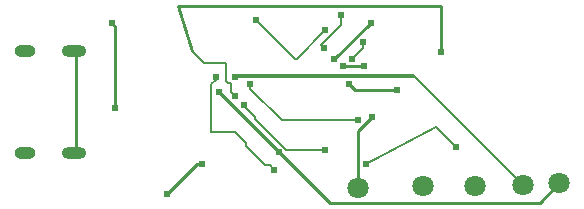
<source format=gbl>
G04 Layer: BottomLayer*
G04 EasyEDA v6.5.51, 2026-01-01 11:10:02*
G04 c2e0b91a54b643c29b893d635b68bbd8,b0fcb86846164242a958a805a75853bb,10*
G04 Gerber Generator version 0.2*
G04 Scale: 100 percent, Rotated: No, Reflected: No *
G04 Dimensions in millimeters *
G04 leading zeros omitted , absolute positions ,4 integer and 5 decimal *
%FSLAX45Y45*%
%MOMM*%

%ADD10C,0.1500*%
%ADD11C,0.2540*%
%ADD12C,1.8000*%
%ADD13O,1.799996X0.999998*%
%ADD14O,2.099996X0.999998*%
%ADD15C,0.6100*%
%ADD16C,0.6200*%
%ADD17C,0.0126*%

%LPD*%
D10*
X4330700Y5092700D02*
G01*
X4161010Y5262389D01*
X3568700Y4953000D01*
D11*
X3300501Y5836988D02*
G01*
X3608476Y6144963D01*
X1415211Y6140137D02*
G01*
X1445920Y6109428D01*
X1445920Y5420885D01*
D10*
X2965704Y5842000D02*
G01*
X2984500Y5842000D01*
X3225800Y6083300D01*
X4902187Y4775187D02*
G01*
X3987774Y5689600D01*
X2463800Y5689600D01*
X2476487Y5702287D01*
X3975087Y5702287D01*
X2628900Y5334000D02*
G01*
X2628900Y5346700D01*
X2552700Y5422900D01*
X2552700Y5435600D01*
X2540000Y5448300D01*
X2635493Y6172187D02*
G01*
X2965704Y5842000D01*
X2971800Y5842000D01*
X3543300Y5981700D02*
G01*
X3543300Y5930900D01*
X3454400Y5842000D01*
X3213100Y5930900D02*
G01*
X3213100Y5933064D01*
X3188083Y5958080D01*
X3359393Y6125687D02*
G01*
X3359404Y6125718D01*
X3189224Y5958078D01*
X3189213Y5958078D01*
D11*
X4200105Y5901905D02*
G01*
X4200105Y6286500D01*
X1981200Y6286500D01*
X2097603Y5905500D01*
D10*
X2297531Y5689592D02*
G01*
X2297531Y5663031D01*
X2260600Y5626100D01*
X2260600Y5219700D01*
X2463800Y5219700D01*
X2552700Y5130800D01*
X2552700Y5105400D01*
X2717800Y4940300D01*
X2755900Y4940300D01*
X2794000Y4902200D01*
X3225800Y5067300D02*
G01*
X2895600Y5067300D01*
X2628900Y5334000D01*
D11*
X1093139Y5044787D02*
G01*
X1113739Y5065387D01*
X1113739Y5888194D01*
X1093139Y5908794D01*
X3505200Y4749792D02*
G01*
X3505200Y5231046D01*
X3623945Y5349791D01*
X5207000Y4787900D02*
G01*
X5042656Y4623556D01*
X3260265Y4623556D01*
X2833626Y5050190D01*
X3828900Y5575300D02*
G01*
X3479800Y5575300D01*
X3429000Y5626100D01*
X2178329Y4949995D02*
G01*
X2136792Y4949995D01*
X1885797Y4699000D01*
X3378200Y5778500D02*
G01*
X3556000Y5778500D01*
D10*
X3359404Y6125718D02*
G01*
X3359404Y6210300D01*
X2463800Y5524500D02*
G01*
X2425700Y5562600D01*
X2425700Y5638800D01*
X2400300Y5638800D01*
X2387600Y5651500D01*
X2387600Y5803900D01*
X2199203Y5803900D01*
X2097603Y5905500D01*
X3505200Y5321300D02*
G01*
X2857500Y5321300D01*
X2590800Y5588000D01*
X2590800Y5626100D01*
D11*
X2833631Y5050190D02*
G01*
X2321229Y5562592D01*
D12*
G01*
X4051300Y4762500D03*
G01*
X3505200Y4749800D03*
G01*
X4495800Y4762500D03*
G01*
X4902200Y4775200D03*
G01*
X5207000Y4787900D03*
D13*
G01*
X678154Y5908802D03*
D14*
G01*
X1093139Y5044795D03*
G01*
X1093139Y5908802D03*
D13*
G01*
X678154Y5044795D03*
D15*
G01*
X4330700Y5092700D03*
G01*
X2540000Y5448300D03*
G01*
X2463800Y5689600D03*
G01*
X2321229Y5562600D03*
G01*
X3300501Y5836996D03*
G01*
X3608476Y6144971D03*
G01*
X1415211Y6140145D03*
G01*
X1445920Y5420893D03*
G01*
X3623945Y5349798D03*
G01*
X3454400Y5842000D03*
G01*
X2635580Y6172200D03*
D16*
G01*
X2833624Y5050180D03*
G01*
X4200118Y5901893D03*
G01*
X3505200Y5321300D03*
G01*
X3828897Y5575300D03*
G01*
X3429000Y5626100D03*
G01*
X3359302Y6210300D03*
G01*
X3213100Y5930900D03*
G01*
X1885797Y4699000D03*
G01*
X2178329Y4950002D03*
G01*
X3378200Y5778500D03*
G01*
X3556000Y5778500D03*
G01*
X3568700Y4953000D03*
G01*
X3225800Y5067300D03*
G01*
X3225800Y6083300D03*
G01*
X3543300Y5981700D03*
G01*
X2297531Y5689600D03*
G01*
X2794000Y4902200D03*
D15*
G01*
X2590800Y5626100D03*
G01*
X2463800Y5524500D03*
M02*

</source>
